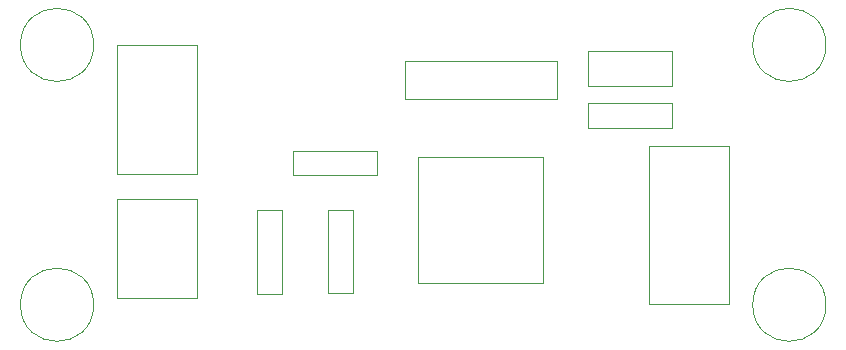
<source format=gbr>
%TF.GenerationSoftware,KiCad,Pcbnew,5.1.10-88a1d61d58~90~ubuntu20.04.1*%
%TF.CreationDate,2022-03-31T22:16:58+01:00*%
%TF.ProjectId,piezo_amplifier,7069657a-6f5f-4616-9d70-6c6966696572,rev?*%
%TF.SameCoordinates,Original*%
%TF.FileFunction,Other,User*%
%FSLAX46Y46*%
G04 Gerber Fmt 4.6, Leading zero omitted, Abs format (unit mm)*
G04 Created by KiCad (PCBNEW 5.1.10-88a1d61d58~90~ubuntu20.04.1) date 2022-03-31 22:16:58*
%MOMM*%
%LPD*%
G01*
G04 APERTURE LIST*
%ADD10C,0.050000*%
G04 APERTURE END LIST*
D10*
%TO.C,R3*%
X98050000Y-118050000D02*
X98050000Y-115950000D01*
X98050000Y-115950000D02*
X90970000Y-115950000D01*
X90970000Y-115950000D02*
X90970000Y-118050000D01*
X90970000Y-118050000D02*
X98050000Y-118050000D01*
%TO.C,C1*%
X123050000Y-110500000D02*
X123050000Y-107500000D01*
X123050000Y-107500000D02*
X115950000Y-107500000D01*
X115950000Y-107500000D02*
X115950000Y-110500000D01*
X115950000Y-110500000D02*
X123050000Y-110500000D01*
%TO.C,D1*%
X113350000Y-111600000D02*
X113350000Y-108400000D01*
X113350000Y-108400000D02*
X100490000Y-108400000D01*
X100490000Y-108400000D02*
X100490000Y-111600000D01*
X100490000Y-111600000D02*
X113350000Y-111600000D01*
%TO.C,H1*%
X74100000Y-107000000D02*
G75*
G03*
X74100000Y-107000000I-3100000J0D01*
G01*
%TO.C,H2*%
X74100000Y-129000000D02*
G75*
G03*
X74100000Y-129000000I-3100000J0D01*
G01*
%TO.C,H3*%
X136100000Y-107000000D02*
G75*
G03*
X136100000Y-107000000I-3100000J0D01*
G01*
%TO.C,H4*%
X136100000Y-129000000D02*
G75*
G03*
X136100000Y-129000000I-3100000J0D01*
G01*
%TO.C,J1*%
X82850000Y-120050000D02*
X76100000Y-120050000D01*
X76100000Y-120050000D02*
X76100000Y-128450000D01*
X76100000Y-128450000D02*
X82850000Y-128450000D01*
X82850000Y-128450000D02*
X82850000Y-120050000D01*
%TO.C,J2*%
X121150000Y-128950000D02*
X127900000Y-128950000D01*
X127900000Y-128950000D02*
X127900000Y-115550000D01*
X127900000Y-115550000D02*
X121150000Y-115550000D01*
X121150000Y-115550000D02*
X121150000Y-128950000D01*
%TO.C,R1*%
X87950000Y-120970000D02*
X87950000Y-128050000D01*
X90050000Y-120970000D02*
X87950000Y-120970000D01*
X90050000Y-128050000D02*
X90050000Y-120970000D01*
X87950000Y-128050000D02*
X90050000Y-128050000D01*
%TO.C,R2*%
X96050000Y-120950000D02*
X93950000Y-120950000D01*
X93950000Y-120950000D02*
X93950000Y-128030000D01*
X93950000Y-128030000D02*
X96050000Y-128030000D01*
X96050000Y-128030000D02*
X96050000Y-120950000D01*
%TO.C,R4*%
X115970000Y-114050000D02*
X123050000Y-114050000D01*
X115970000Y-111950000D02*
X115970000Y-114050000D01*
X123050000Y-111950000D02*
X115970000Y-111950000D01*
X123050000Y-114050000D02*
X123050000Y-111950000D01*
%TO.C,RV1*%
X82850000Y-107050000D02*
X76100000Y-107050000D01*
X76100000Y-107050000D02*
X76100000Y-117950000D01*
X76100000Y-117950000D02*
X82850000Y-117950000D01*
X82850000Y-117950000D02*
X82850000Y-107050000D01*
%TO.C,U1*%
X101550000Y-116450000D02*
X101550000Y-127150000D01*
X101550000Y-127150000D02*
X112100000Y-127150000D01*
X112100000Y-127150000D02*
X112100000Y-116450000D01*
X112100000Y-116450000D02*
X101550000Y-116450000D01*
%TD*%
M02*

</source>
